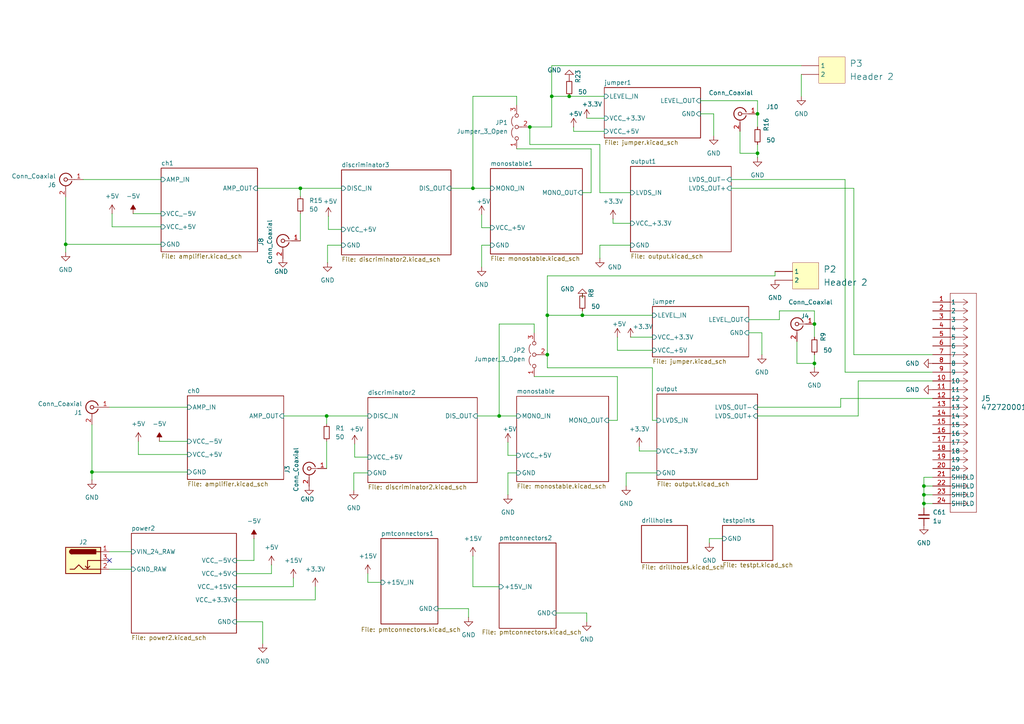
<source format=kicad_sch>
(kicad_sch (version 20231120) (generator "eeschema") (generator_version "8.0")
  (paper "A4")
  (lib_symbols
    (symbol "Connector:Barrel_Jack_Switch" (pin_names hide)
      (property "Reference" "J" (at 0 5.334 0))
      (property "Value" "Barrel_Jack_Switch" (at 0 -5.08 0))
      (symbol "Barrel_Jack_Switch_1_1"
        (pin passive line (at 7.62 2.54 180) (length 2.54) (name "~") (number "1"))
        (pin passive line (at 7.62 -2.54 180) (length 2.54) (name "~") (number "2"))
        (pin passive line (at 7.62 0 180) (length 2.54) (name "~") (number "3"))
      )
    )
    (symbol "Connector:Conn_Coaxial" (pin_names (offset 1.016) hide)
      (property "Reference" "J" (at 0.254 3.048 0))
      (property "Value" "Conn_Coaxial" (at 2.921 0 90))
      (symbol "Conn_Coaxial_1_1"
        (pin passive line (at -5.08 0 0) (length 2.54) (name "In") (number "1"))
        (pin passive line (at 0 -5.08 90) (length 2.54) (name "Ext") (number "2"))
      )
    )
    (symbol "Device:C_Small" (pin_numbers hide) (pin_names (offset 0.254) hide)
      (property "Reference" "C" (at 0.254 1.778 0))
      (property "Value" "C_Small" (at 0.254 -2.032 0))
      (symbol "C_Small_1_1"
        (pin passive line (at 0 2.54 270) (length 2.032) (name "~") (number "1"))
        (pin passive line (at 0 -2.54 90) (length 2.032) (name "~") (number "2"))
      )
    )
    (symbol "Device:R_Small" (pin_numbers hide) (pin_names (offset 0.254) hide)
      (property "Reference" "R" (at 0.762 0.508 0))
      (property "Value" "R_Small" (at 0.762 -1.016 0))
      (symbol "R_Small_1_1"
        (pin passive line (at 0 2.54 270) (length 0.762) (name "~") (number "1"))
        (pin passive line (at 0 -2.54 90) (length 0.762) (name "~") (number "2"))
      )
    )
    (symbol "Jumper:Jumper_3_Open" (pin_names (offset 0) hide) (exclude_from_sim yes) (in_bom no)
      (property "Reference" "JP" (at -2.54 -2.54 0))
      (property "Value" "Jumper_3_Open" (at 0 2.794 0))
      (symbol "Jumper_3_Open_1_1"
        (pin passive line (at -6.35 0 0) (length 2.54) (name "A") (number "1"))
        (pin passive line (at 0 -3.81 90) (length 2.54) (name "C") (number "2"))
        (pin passive line (at 6.35 0 180) (length 2.54) (name "B") (number "3"))
      )
    )
    (symbol "Miscellaneous Connectors:Header 2"
      (property "Reference" "P" (at 0 -7.62 0))
      (property "Value" "Header 2" (at -1.27 -3.81 0))
      (symbol "Header 2_1_0"
        (pin passive line (at -5.08 -2.54 0) (length 5.08) (name "1") (number "1"))
        (pin passive line (at -5.08 -5.08 0) (length 5.08) (name "2") (number "2"))
      )
    )
    (symbol "displayport:472720001" (pin_names (offset 0.254))
      (property "Reference" "J" (at 8.89 6.35 0))
      (property "Value" "472720001" (at 0 0 0))
      (symbol "472720001_1_1"
        (pin unspecified line (at 0 0 0) (length 5.08) (name "1") (number "1"))
        (pin unspecified line (at 0 -22.86 0) (length 5.08) (name "10") (number "10"))
        (pin unspecified line (at 0 -25.4 0) (length 5.08) (name "11") (number "11"))
        (pin unspecified line (at 0 -27.94 0) (length 5.08) (name "12") (number "12"))
        (pin unspecified line (at 0 -30.48 0) (length 5.08) (name "13") (number "13"))
        (pin unspecified line (at 0 -33.02 0) (length 5.08) (name "14") (number "14"))
        (pin unspecified line (at 0 -35.56 0) (length 5.08) (name "15") (number "15"))
        (pin unspecified line (at 0 -38.1 0) (length 5.08) (name "16") (number "16"))
        (pin unspecified line (at 0 -40.64 0) (length 5.08) (name "17") (number "17"))
        (pin unspecified line (at 0 -43.18 0) (length 5.08) (name "18") (number "18"))
        (pin unspecified line (at 0 -45.72 0) (length 5.08) (name "19") (number "19"))
        (pin unspecified line (at 0 -2.54 0) (length 5.08) (name "2") (number "2"))
        (pin unspecified line (at 0 -48.26 0) (length 5.08) (name "20") (number "20"))
        (pin unspecified line (at 0 -50.8 0) (length 5.08) (name "SHIELD") (number "21"))
        (pin unspecified line (at 0 -53.34 0) (length 5.08) (name "SHIELD") (number "22"))
        (pin unspecified line (at 0 -55.88 0) (length 5.08) (name "SHIELD") (number "23"))
        (pin unspecified line (at 0 -58.42 0) (length 5.08) (name "SHIELD") (number "24"))
        (pin unspecified line (at 0 -5.08 0) (length 5.08) (name "3") (number "3"))
        (pin unspecified line (at 0 -7.62 0) (length 5.08) (name "4") (number "4"))
        (pin unspecified line (at 0 -10.16 0) (length 5.08) (name "5") (number "5"))
        (pin unspecified line (at 0 -12.7 0) (length 5.08) (name "6") (number "6"))
        (pin unspecified line (at 0 -15.24 0) (length 5.08) (name "7") (number "7"))
        (pin unspecified line (at 0 -17.78 0) (length 5.08) (name "8") (number "8"))
        (pin unspecified line (at 0 -20.32 0) (length 5.08) (name "9") (number "9"))
      )
      (symbol "472720001_1_2"
        (pin unspecified line (at 0 0 0) (length 5.08) (name "1") (number "1"))
        (pin unspecified line (at 0 -22.86 0) (length 5.08) (name "10") (number "10"))
        (pin unspecified line (at 0 -25.4 0) (length 5.08) (name "11") (number "11"))
        (pin unspecified line (at 0 -27.94 0) (length 5.08) (name "12") (number "12"))
        (pin unspecified line (at 0 -30.48 0) (length 5.08) (name "13") (number "13"))
        (pin unspecified line (at 0 -33.02 0) (length 5.08) (name "14") (number "14"))
        (pin unspecified line (at 0 -35.56 0) (length 5.08) (name "15") (number "15"))
        (pin unspecified line (at 0 -38.1 0) (length 5.08) (name "16") (number "16"))
        (pin unspecified line (at 0 -40.64 0) (length 5.08) (name "17") (number "17"))
        (pin unspecified line (at 0 -43.18 0) (length 5.08) (name "18") (number "18"))
        (pin unspecified line (at 0 -45.72 0) (length 5.08) (name "19") (number "19"))
        (pin unspecified line (at 0 -2.54 0) (length 5.08) (name "2") (number "2"))
        (pin unspecified line (at 0 -48.26 0) (length 5.08) (name "20") (number "20"))
        (pin unspecified line (at 0 -50.8 0) (length 5.08) (name "SHIELD") (number "21"))
        (pin unspecified line (at 0 -53.34 0) (length 5.08) (name "SHIELD") (number "22"))
        (pin unspecified line (at 0 -55.88 0) (length 5.08) (name "SHIELD") (number "23"))
        (pin unspecified line (at 0 -58.42 0) (length 5.08) (name "SHIELD") (number "24"))
        (pin unspecified line (at 0 -5.08 0) (length 5.08) (name "3") (number "3"))
        (pin unspecified line (at 0 -7.62 0) (length 5.08) (name "4") (number "4"))
        (pin unspecified line (at 0 -10.16 0) (length 5.08) (name "5") (number "5"))
        (pin unspecified line (at 0 -12.7 0) (length 5.08) (name "6") (number "6"))
        (pin unspecified line (at 0 -15.24 0) (length 5.08) (name "7") (number "7"))
        (pin unspecified line (at 0 -17.78 0) (length 5.08) (name "8") (number "8"))
        (pin unspecified line (at 0 -20.32 0) (length 5.08) (name "9") (number "9"))
      )
    )
    (symbol "power:+15V" (power) (pin_numbers hide) (pin_names (offset 0) hide)
      (property "Value" "+15V" (at 0 3.556 0))
      (symbol "+15V_1_1"
        (pin power_in line (at 0 0 90) (length 0) (name "~") (number "1"))
      )
    )
    (symbol "power:+3.3V" (power) (pin_numbers hide) (pin_names (offset 0) hide)
      (property "Value" "+3.3V" (at 0 3.556 0))
      (symbol "+3.3V_1_1"
        (pin power_in line (at 0 0 90) (length 0) (name "~") (number "1"))
      )
    )
    (symbol "power:+5V" (power) (pin_numbers hide) (pin_names (offset 0) hide)
      (property "Value" "+5V" (at 0 3.556 0))
      (symbol "+5V_1_1"
        (pin power_in line (at 0 0 90) (length 0) (name "~") (number "1"))
      )
    )
    (symbol "power:-5V" (power) (pin_numbers hide) (pin_names (offset 0) hide)
      (property "Value" "-5V" (at 0 3.556 0))
      (symbol "-5V_0_0"
        (pin power_in line (at 0 0 90) (length 0) (name "~") (number "1"))
      )
    )
    (symbol "power:GND" (power) (pin_numbers hide) (pin_names (offset 0) hide)
      (property "Value" "GND" (at 0 -3.81 0))
      (symbol "GND_1_1"
        (pin power_in line (at 0 0 270) (length 0) (name "~") (number "1"))
      )
    )
  )
  (junction (at 87.122 54.61))
  (junction (at 219.71 44.45))
  (junction (at 160.02 27.94))
  (junction (at 144.78 120.65))
  (junction (at 19.05 70.866))
  (junction (at 236.22 105.41))
  (junction (at 267.97 143.51))
  (junction (at 158.75 91.44))
  (junction (at 153.67 36.83))
  (junction (at 158.75 102.87))
  (junction (at 219.71 33.02))
  (junction (at 168.91 91.44))
  (junction (at 267.97 140.97))
  (junction (at 236.22 93.98))
  (junction (at 267.97 146.05))
  (junction (at 137.16 54.61))
  (junction (at 94.742 120.65))
  (junction (at 26.67 136.906))
  (junction (at 165.1 27.94))
  (no_connect (at 31.75 162.56))
  (wire (pts (xy 94.742 120.65) (xy 106.68 120.65)))
  (wire (pts (xy 212.09 54.61) (xy 247.65 54.61)))
  (wire (pts (xy 144.78 93.98) (xy 154.94 93.98)))
  (wire (pts (xy 99.06 71.12) (xy 94.996 71.12)))
  (wire (pts (xy 94.742 128.016) (xy 94.742 135.89)))
  (wire (pts (xy 54.356 136.906) (xy 26.67 136.906)))
  (wire (pts (xy 106.68 168.91) (xy 106.68 166.37)))
  (wire (pts (xy 189.23 101.6) (xy 179.07 101.6)))
  (wire (pts (xy 158.75 91.44) (xy 158.75 102.87)))
  (wire (pts (xy 158.75 106.68) (xy 189.23 106.68)))
  (wire (pts (xy 219.71 41.91) (xy 219.71 44.45)))
  (wire (pts (xy 185.42 130.81) (xy 185.42 129.54)))
  (wire (pts (xy 85.09 170.18) (xy 68.58 170.18)))
  (wire (pts (xy 168.91 91.44) (xy 158.75 91.44)))
  (wire (pts (xy 173.99 55.88) (xy 182.88 55.88)))
  (wire (pts (xy 219.71 118.11) (xy 243.84 118.11)))
  (wire (pts (xy 99.06 66.548) (xy 95.25 66.548)))
  (wire (pts (xy 139.7 71.12) (xy 139.7 77.47)))
  (wire (pts (xy 102.616 137.16) (xy 102.616 142.24)))
  (wire (pts (xy 166.37 36.83) (xy 166.37 38.1)))
  (wire (pts (xy 147.32 137.16) (xy 147.32 143.51)))
  (wire (pts (xy 76.2 180.34) (xy 76.2 186.69)))
  (wire (pts (xy 236.22 102.87) (xy 236.22 105.41)))
  (wire (pts (xy 19.05 70.866) (xy 19.05 73.152)))
  (wire (pts (xy 40.132 131.826) (xy 54.356 131.826)))
  (wire (pts (xy 189.23 91.44) (xy 168.91 91.44)))
  (wire (pts (xy 189.23 97.79) (xy 182.88 97.79)))
  (wire (pts (xy 207.01 33.02) (xy 207.01 39.37)))
  (wire (pts (xy 245.11 52.07) (xy 245.11 107.95)))
  (wire (pts (xy 95.25 62.738) (xy 95.25 66.548)))
  (wire (pts (xy 106.68 137.16) (xy 102.616 137.16)))
  (wire (pts (xy 38.608 61.976) (xy 46.736 61.976)))
  (wire (pts (xy 224.79 80.01) (xy 158.75 80.01)))
  (wire (pts (xy 26.67 136.906) (xy 26.67 139.192)))
  (wire (pts (xy 236.22 90.17) (xy 236.22 93.98)))
  (wire (pts (xy 205.74 157.48) (xy 205.74 156.21)))
  (wire (pts (xy 231.14 105.41) (xy 231.14 99.06)))
  (wire (pts (xy 175.26 34.29) (xy 170.18 34.29)))
  (wire (pts (xy 160.02 19.05) (xy 160.02 27.94)))
  (wire (pts (xy 135.89 179.07) (xy 135.89 176.53)))
  (wire (pts (xy 68.58 180.34) (xy 76.2 180.34)))
  (wire (pts (xy 94.996 71.12) (xy 94.996 76.2)))
  (wire (pts (xy 190.5 130.81) (xy 185.42 130.81)))
  (wire (pts (xy 32.512 61.976) (xy 32.512 65.786)))
  (wire (pts (xy 182.88 64.77) (xy 177.8 64.77)))
  (wire (pts (xy 158.75 102.87) (xy 158.75 106.68)))
  (wire (pts (xy 87.122 54.61) (xy 99.06 54.61)))
  (wire (pts (xy 161.29 177.8) (xy 170.18 177.8)))
  (wire (pts (xy 247.65 54.61) (xy 247.65 102.87)))
  (wire (pts (xy 137.16 27.94) (xy 149.86 27.94)))
  (wire (pts (xy 243.84 118.11) (xy 243.84 115.57)))
  (wire (pts (xy 106.68 168.91) (xy 110.49 168.91)))
  (wire (pts (xy 137.16 27.94) (xy 137.16 54.61)))
  (wire (pts (xy 102.87 128.778) (xy 102.87 132.588)))
  (wire (pts (xy 173.99 41.91) (xy 173.99 55.88)))
  (wire (pts (xy 231.14 105.41) (xy 236.22 105.41)))
  (wire (pts (xy 137.16 170.18) (xy 144.78 170.18)))
  (wire (pts (xy 144.78 93.98) (xy 144.78 120.65)))
  (wire (pts (xy 189.23 106.68) (xy 189.23 121.92)))
  (wire (pts (xy 31.75 160.02) (xy 38.1 160.02)))
  (wire (pts (xy 137.16 54.61) (xy 142.24 54.61)))
  (wire (pts (xy 226.06 92.71) (xy 217.17 92.71)))
  (wire (pts (xy 106.68 132.588) (xy 102.87 132.588)))
  (wire (pts (xy 130.81 54.61) (xy 137.16 54.61)))
  (wire (pts (xy 176.53 121.92) (xy 179.07 121.92)))
  (wire (pts (xy 153.67 36.83) (xy 153.67 41.91)))
  (wire (pts (xy 267.97 143.51) (xy 270.51 143.51)))
  (wire (pts (xy 248.92 120.65) (xy 248.92 110.49)))
  (wire (pts (xy 219.71 33.02) (xy 219.71 36.83)))
  (wire (pts (xy 175.26 38.1) (xy 166.37 38.1)))
  (wire (pts (xy 267.97 143.51) (xy 267.97 146.05)))
  (wire (pts (xy 40.132 128.016) (xy 40.132 131.826)))
  (wire (pts (xy 245.11 107.95) (xy 270.51 107.95)))
  (wire (pts (xy 149.86 43.18) (xy 171.45 43.18)))
  (wire (pts (xy 139.7 62.23) (xy 139.7 66.04)))
  (wire (pts (xy 46.736 70.866) (xy 19.05 70.866)))
  (wire (pts (xy 87.122 61.976) (xy 87.122 69.85)))
  (wire (pts (xy 147.32 137.16) (xy 149.86 137.16)))
  (wire (pts (xy 68.58 173.99) (xy 91.44 173.99)))
  (wire (pts (xy 171.45 43.18) (xy 171.45 55.88)))
  (wire (pts (xy 267.97 146.05) (xy 270.51 146.05)))
  (wire (pts (xy 73.66 162.56) (xy 68.58 162.56)))
  (wire (pts (xy 219.71 45.72) (xy 219.71 44.45)))
  (wire (pts (xy 147.32 132.08) (xy 149.86 132.08)))
  (wire (pts (xy 85.09 167.64) (xy 85.09 170.18)))
  (wire (pts (xy 243.84 115.57) (xy 270.51 115.57)))
  (wire (pts (xy 247.65 102.87) (xy 270.51 102.87)))
  (wire (pts (xy 94.742 120.65) (xy 94.742 122.936)))
  (wire (pts (xy 139.7 66.04) (xy 142.24 66.04)))
  (wire (pts (xy 46.736 52.07) (xy 24.13 52.07)))
  (wire (pts (xy 226.06 90.17) (xy 236.22 90.17)))
  (wire (pts (xy 19.05 70.866) (xy 19.05 57.15)))
  (wire (pts (xy 179.07 97.79) (xy 179.07 101.6)))
  (wire (pts (xy 190.5 137.16) (xy 181.61 137.16)))
  (wire (pts (xy 46.228 128.016) (xy 54.356 128.016)))
  (wire (pts (xy 149.86 27.94) (xy 149.86 30.48)))
  (wire (pts (xy 160.02 19.05) (xy 232.41 19.05)))
  (wire (pts (xy 168.91 85.09) (xy 168.91 86.36)))
  (wire (pts (xy 32.512 65.786) (xy 46.736 65.786)))
  (wire (pts (xy 267.97 146.05) (xy 267.97 147.32)))
  (wire (pts (xy 87.122 54.61) (xy 87.122 56.896)))
  (wire (pts (xy 31.75 165.1) (xy 38.1 165.1)))
  (wire (pts (xy 160.02 27.94) (xy 165.1 27.94)))
  (wire (pts (xy 138.43 120.65) (xy 144.78 120.65)))
  (wire (pts (xy 139.7 71.12) (xy 142.24 71.12)))
  (wire (pts (xy 181.61 137.16) (xy 181.61 140.97)))
  (wire (pts (xy 177.8 64.77) (xy 177.8 63.5)))
  (wire (pts (xy 91.44 170.18) (xy 91.44 173.99)))
  (wire (pts (xy 82.296 120.65) (xy 94.742 120.65)))
  (wire (pts (xy 236.22 93.98) (xy 236.22 97.79)))
  (wire (pts (xy 267.97 140.97) (xy 267.97 143.51)))
  (wire (pts (xy 74.676 54.61) (xy 87.122 54.61)))
  (wire (pts (xy 217.17 96.52) (xy 220.98 96.52)))
  (wire (pts (xy 168.91 90.17) (xy 168.91 91.44)))
  (wire (pts (xy 224.79 80.01) (xy 224.79 78.74)))
  (wire (pts (xy 54.356 118.11) (xy 31.75 118.11)))
  (wire (pts (xy 189.23 121.92) (xy 190.5 121.92)))
  (wire (pts (xy 170.18 180.34) (xy 170.18 177.8)))
  (wire (pts (xy 203.2 29.21) (xy 219.71 29.21)))
  (wire (pts (xy 267.97 138.43) (xy 267.97 140.97)))
  (wire (pts (xy 220.98 96.52) (xy 220.98 102.87)))
  (wire (pts (xy 26.67 136.906) (xy 26.67 123.19)))
  (wire (pts (xy 205.74 156.21) (xy 209.55 156.21)))
  (wire (pts (xy 203.2 33.02) (xy 207.01 33.02)))
  (wire (pts (xy 153.67 41.91) (xy 173.99 41.91)))
  (wire (pts (xy 214.63 44.45) (xy 214.63 38.1)))
  (wire (pts (xy 267.97 140.97) (xy 270.51 140.97)))
  (wire (pts (xy 248.92 110.49) (xy 270.51 110.49)))
  (wire (pts (xy 182.88 71.12) (xy 173.99 71.12)))
  (wire (pts (xy 236.22 106.68) (xy 236.22 105.41)))
  (wire (pts (xy 232.41 21.59) (xy 232.41 27.94)))
  (wire (pts (xy 226.06 90.17) (xy 226.06 92.71)))
  (wire (pts (xy 165.1 27.94) (xy 175.26 27.94)))
  (wire (pts (xy 160.02 36.83) (xy 153.67 36.83)))
  (wire (pts (xy 137.16 161.29) (xy 137.16 170.18)))
  (wire (pts (xy 267.97 138.43) (xy 270.51 138.43)))
  (wire (pts (xy 154.94 93.98) (xy 154.94 96.52)))
  (wire (pts (xy 212.09 52.07) (xy 245.11 52.07)))
  (wire (pts (xy 158.75 80.01) (xy 158.75 91.44)))
  (wire (pts (xy 173.99 71.12) (xy 173.99 74.93)))
  (wire (pts (xy 127 176.53) (xy 135.89 176.53)))
  (wire (pts (xy 179.07 109.22) (xy 179.07 121.92)))
  (wire (pts (xy 214.63 44.45) (xy 219.71 44.45)))
  (wire (pts (xy 144.78 120.65) (xy 149.86 120.65)))
  (wire (pts (xy 168.91 55.88) (xy 171.45 55.88)))
  (wire (pts (xy 147.32 128.27) (xy 147.32 132.08)))
  (wire (pts (xy 73.66 156.21) (xy 73.66 162.56)))
  (wire (pts (xy 154.94 109.22) (xy 179.07 109.22)))
  (wire (pts (xy 160.02 27.94) (xy 160.02 36.83)))
  (wire (pts (xy 78.74 166.37) (xy 68.58 166.37)))
  (wire (pts (xy 219.71 29.21) (xy 219.71 33.02)))
  (wire (pts (xy 78.74 163.83) (xy 78.74 166.37)))
  (wire (pts (xy 219.71 120.65) (xy 248.92 120.65)))
  (symbol (lib_id "power:GND") (at 76.2 186.69 0) (unit 1)
    (property "Reference" "#PWR06" (effects (hide yes)))
    (property "Value" "GND" (at 76.2 191.77 0))
    (property "Description" "Power symbol creates a global label with name \"GND\" , ground" (effects (hide yes)))
  )
  (symbol (lib_id "power:GND") (at 207.01 39.37 0) (unit 1)
    (property "Reference" "#PWR065" (effects (hide yes)))
    (property "Value" "GND" (at 207.01 44.45 0))
    (property "Description" "Power symbol creates a global label with name \"GND\" , ground" (effects (hide yes)))
  )
  (symbol (lib_id "Connector:Conn_Coaxial") (at 89.662 135.89 0) (mirror y) (unit 1)
    (property "Reference" "J3" (at 83.312 136.1832 90))
    (property "Value" "Conn_Coaxial" (at 85.852 136.1832 90))
    (property "Footprint" "testpt:EPB00250NTN" (effects (hide yes)))
    (property "Description" "coaxial connector (BNC, SMA, SMB, SMC, Cinch/RCA, LEMO, ...)" (effects (hide yes)))
  )
  (symbol (lib_id "power:+5V") (at 147.32 128.27 0) (unit 1)
    (property "Reference" "#PWR047" (effects (hide yes)))
    (property "Value" "+5V" (at 147.828 124.46 0))
    (property "Description" "Power symbol creates a global label with name \"+5V\"" (effects (hide yes)))
  )
  (symbol (lib_id "Jumper:Jumper_3_Open") (at 149.86 36.83 90) (unit 1) (exclude_from_sim yes) (in_bom no)
    (property "Reference" "JP1" (at 147.32 35.5599 90) (effects (justify left)))
    (property "Value" "Jumper_3_Open" (at 147.32 38.0999 90) (effects (justify left)))
    (property "Footprint" "Jumper:SolderJumper-3_P1.3mm_Open_Pad1.0x1.5mm" (effects (hide yes)))
    (property "Description" "Jumper, 3-pole, both open" (effects (hide yes)))
  )
  (symbol (lib_id "power:+5V") (at 102.87 128.778 0) (unit 1)
    (property "Reference" "#PWR09" (effects (hide yes)))
    (property "Value" "+5V" (at 103.378 124.46 0))
    (property "Description" "Power symbol creates a global label with name \"+5V\"" (effects (hide yes)))
  )
  (symbol (lib_id "Connector:Conn_Coaxial") (at 19.05 52.07 0) (mirror y) (unit 1)
    (property "Reference" "J6" (at 16.256 53.6333 0) (effects (justify left)))
    (property "Value" "Conn_Coaxial" (at 16.256 51.0933 0) (effects (justify left)))
    (property "Footprint" "testpt:EPB00250NTN" (effects (hide yes)))
    (property "Description" "coaxial connector (BNC, SMA, SMB, SMC, Cinch/RCA, LEMO, ...)" (effects (hide yes)))
  )
  (symbol (lib_id "power:GND") (at 102.616 142.24 0) (unit 1)
    (property "Reference" "#PWR08" (effects (hide yes)))
    (property "Value" "GND" (at 102.616 147.32 0))
    (property "Description" "Power symbol creates a global label with name \"GND\" , ground" (effects (hide yes)))
  )
  (symbol (lib_id "Connector:Conn_Coaxial") (at 82.042 69.85 0) (mirror y) (unit 1)
    (property "Reference" "J8" (at 75.692 70.1432 90))
    (property "Value" "Conn_Coaxial" (at 78.232 70.1432 90))
    (property "Footprint" "testpt:EPB00250NTN" (effects (hide yes)))
    (property "Description" "coaxial connector (BNC, SMA, SMB, SMC, Cinch/RCA, LEMO, ...)" (effects (hide yes)))
  )
  (symbol (lib_id "power:+5V") (at 40.132 128.016 0) (unit 1)
    (property "Reference" "#PWR02" (effects (hide yes)))
    (property "Value" "+5V" (at 40.132 122.936 0))
    (property "Description" "Power symbol creates a global label with name \"+5V\"" (effects (hide yes)))
  )
  (symbol (lib_id "power:GND") (at 236.22 106.68 0) (unit 1)
    (property "Reference" "#PWR035" (effects (hide yes)))
    (property "Value" "GND" (at 236.22 111.76 0))
    (property "Description" "Power symbol creates a global label with name \"GND\" , ground" (effects (hide yes)))
  )
  (symbol (lib_id "Jumper:Jumper_3_Open") (at 154.94 102.87 90) (unit 1) (exclude_from_sim yes) (in_bom no)
    (property "Reference" "JP2" (at 152.4 101.5999 90) (effects (justify left)))
    (property "Value" "Jumper_3_Open" (at 152.4 104.1399 90) (effects (justify left)))
    (property "Footprint" "Jumper:SolderJumper-3_P1.3mm_Open_Pad1.0x1.5mm" (effects (hide yes)))
    (property "Description" "Jumper, 3-pole, both open" (effects (hide yes)))
  )
  (symbol (lib_id "power:+15V") (at 106.68 166.37 0) (unit 1)
    (property "Reference" "#PWR044" (effects (hide yes)))
    (property "Value" "+15V" (at 106.68 161.29 0))
    (property "Description" "Power symbol creates a global label with name \"+15V\"" (effects (hide yes)))
  )
  (symbol (lib_id "power:GND") (at 168.91 86.36 180) (unit 1)
    (property "Reference" "#PWR029" (effects (hide yes)))
    (property "Value" "GND" (at 164.592 83.82 0))
    (property "Description" "Power symbol creates a global label with name \"GND\" , ground" (effects (hide yes)))
  )
  (symbol (lib_id "power:GND") (at 220.98 102.87 0) (unit 1)
    (property "Reference" "#PWR036" (effects (hide yes)))
    (property "Value" "GND" (at 220.98 107.95 0))
    (property "Description" "Power symbol creates a global label with name \"GND\" , ground" (effects (hide yes)))
  )
  (symbol (lib_id "Device:R_Small") (at 165.1 25.4 0) (unit 1)
    (property "Reference" "R23" (at 167.64 24.1299 90) (effects (justify left)))
    (property "Value" "50" (at 167.64 26.6699 0) (effects (justify left)))
    (property "Footprint" "Resistor_SMD:R_0805_2012Metric" (effects (hide yes)))
    (property "Description" "Resistor, small symbol" (effects (hide yes)))
  )
  (symbol (lib_id "power:GND") (at 219.71 45.72 0) (unit 1)
    (property "Reference" "#PWR066" (effects (hide yes)))
    (property "Value" "GND" (at 219.71 50.8 0))
    (property "Description" "Power symbol creates a global label with name \"GND\" , ground" (effects (hide yes)))
  )
  (symbol (lib_id "power:+5V") (at 179.07 97.79 0) (unit 1)
    (property "Reference" "#PWR039" (effects (hide yes)))
    (property "Value" "+5V" (at 179.578 93.98 0))
    (property "Description" "Power symbol creates a global label with name \"+5V\"" (effects (hide yes)))
  )
  (symbol (lib_id "Connector:Conn_Coaxial") (at 231.14 93.98 0) (mirror y) (unit 1)
    (property "Reference" "J4" (at 234.696 91.694 0) (effects (justify left)))
    (property "Value" "Conn_Coaxial" (at 241.554 87.63 0) (effects (justify left)))
    (property "Footprint" "testpt:EPB00250NTN" (effects (hide yes)))
    (property "Description" "coaxial connector (BNC, SMA, SMB, SMC, Cinch/RCA, LEMO, ...)" (effects (hide yes)))
  )
  (symbol (lib_id "power:GND") (at 170.18 180.34 0) (unit 1)
    (property "Reference" "#PWR056" (effects (hide yes)))
    (property "Value" "GND" (at 170.18 185.42 0))
    (property "Description" "Power symbol creates a global label with name \"GND\" , ground" (effects (hide yes)))
  )
  (symbol (lib_id "Device:R_Small") (at 87.122 59.436 0) (unit 1)
    (property "Reference" "R15" (at 89.662 58.1659 0) (effects (justify left)))
    (property "Value" "50" (at 89.662 60.7059 0) (effects (justify left)))
    (property "Footprint" "Resistor_SMD:R_0805_2012Metric" (effects (hide yes)))
    (property "Description" "Resistor, small symbol" (effects (hide yes)))
  )
  (symbol (lib_id "displayport:472720001") (at 270.51 87.63 0) (unit 1)
    (property "Reference" "J5" (at 284.48 115.5699 0) (effects (font (size 1.524 1.524)) (justify left)))
    (property "Value" "472720001" (at 284.48 118.1099 0) (effects (font (size 1.524 1.524)) (justify left)))
    (property "Footprint" "dsp:CONN_47272-0001_MOL" (effects (hide yes)))
    (property "Datasheet" "https://www.molex.com/en-us/products/part-detail-pdf/472720001?display=pdf" (effects (hide yes)))
  )
  (symbol (lib_id "power:GND") (at 147.32 143.51 0) (unit 1)
    (property "Reference" "#PWR048" (effects (hide yes)))
    (property "Value" "GND" (at 147.32 148.59 0))
    (property "Description" "Power symbol creates a global label with name \"GND\" , ground" (effects (hide yes)))
  )
  (symbol (lib_id "power:+5V") (at 32.512 61.976 0) (unit 1)
    (property "Reference" "#PWR051" (effects (hide yes)))
    (property "Value" "+5V" (at 32.512 56.896 0))
    (property "Description" "Power symbol creates a global label with name \"+5V\"" (effects (hide yes)))
  )
  (symbol (lib_id "power:GND") (at 135.89 179.07 0) (unit 1)
    (property "Reference" "#PWR046" (effects (hide yes)))
    (property "Value" "GND" (at 135.89 184.15 0))
    (property "Description" "Power symbol creates a global label with name \"GND\" , ground" (effects (hide yes)))
  )
  (symbol (lib_id "power:-5V") (at 38.608 61.976 0) (unit 1)
    (property "Reference" "#PWR053" (effects (hide yes)))
    (property "Value" "-5V" (at 38.608 56.896 0))
    (property "Description" "Power symbol creates a global label with name \"-5V\"" (effects (hide yes)))
  )
  (symbol (lib_id "power:+5V") (at 139.7 62.23 0) (unit 1)
    (property "Reference" "#PWR059" (effects (hide yes)))
    (property "Value" "+5V" (at 140.208 58.42 0))
    (property "Description" "Power symbol creates a global label with name \"+5V\"" (effects (hide yes)))
  )
  (symbol (lib_id "power:+3.3V") (at 170.18 34.29 0) (unit 1)
    (property "Reference" "#PWR062" (effects (hide yes)))
    (property "Value" "+3.3V" (at 171.704 30.226 0))
    (property "Description" "Power symbol creates a global label with name \"+3.3V\"" (effects (hide yes)))
  )
  (symbol (lib_id "power:GND") (at 181.61 140.97 0) (unit 1)
    (property "Reference" "#PWR040" (effects (hide yes)))
    (property "Value" "GND" (at 181.61 146.05 0))
    (property "Description" "Power symbol creates a global label with name \"GND\" , ground" (effects (hide yes)))
  )
  (symbol (lib_id "power:GND") (at 205.74 157.48 0) (unit 1)
    (property "Reference" "#PWR020" (effects (hide yes)))
    (property "Value" "GND" (at 205.74 162.56 0))
    (property "Description" "Power symbol creates a global label with name \"GND\" , ground" (effects (hide yes)))
  )
  (symbol (lib_id "power:GND") (at 173.99 74.93 0) (unit 1)
    (property "Reference" "#PWR063" (effects (hide yes)))
    (property "Value" "GND" (at 178.308 77.47 0))
    (property "Description" "Power symbol creates a global label with name \"GND\" , ground" (effects (hide yes)))
  )
  (symbol (lib_id "power:GND") (at 270.51 105.41 270) (unit 1)
    (property "Reference" "#PWR091" (effects (hide yes)))
    (property "Value" "GND" (at 266.7 105.4099 90) (effects (justify right)))
    (property "Description" "Power symbol creates a global label with name \"GND\" , ground" (effects (hide yes)))
  )
  (symbol (lib_id "Device:R_Small") (at 94.742 125.476 0) (unit 1)
    (property "Reference" "R1" (at 97.282 124.2059 0) (effects (justify left)))
    (property "Value" "50" (at 97.282 126.7459 0) (effects (justify left)))
    (property "Footprint" "Resistor_SMD:R_0805_2012Metric" (effects (hide yes)))
    (property "Description" "Resistor, small symbol" (effects (hide yes)))
  )
  (symbol (lib_id "power:GND") (at 89.662 140.97 0) (unit 1)
    (property "Reference" "#PWR05" (effects (hide yes)))
    (property "Value" "GND" (at 89.154 144.78 0))
    (property "Description" "Power symbol creates a global label with name \"GND\" , ground" (effects (hide yes)))
  )
  (symbol (lib_id "power:GND") (at 19.05 73.152 0) (unit 1)
    (property "Reference" "#PWR049" (effects (hide yes)))
    (property "Value" "GND" (at 19.05 78.232 0))
    (property "Description" "Power symbol creates a global label with name \"GND\" , ground" (effects (hide yes)))
  )
  (symbol (lib_id "Device:R_Small") (at 168.91 87.63 0) (unit 1)
    (property "Reference" "R8" (at 171.45 86.3599 90) (effects (justify left)))
    (property "Value" "50" (at 171.45 88.8999 0) (effects (justify left)))
    (property "Footprint" "Resistor_SMD:R_0805_2012Metric" (effects (hide yes)))
    (property "Description" "Resistor, small symbol" (effects (hide yes)))
  )
  (symbol (lib_id "power:+5V") (at 166.37 36.83 0) (unit 1)
    (property "Reference" "#PWR061" (effects (hide yes)))
    (property "Value" "+5V" (at 166.878 33.02 0))
    (property "Description" "Power symbol creates a global label with name \"+5V\"" (effects (hide yes)))
  )
  (symbol (lib_id "power:GND") (at 270.51 113.03 270) (unit 1)
    (property "Reference" "#PWR011" (effects (hide yes)))
    (property "Value" "GND" (at 266.7 113.0299 90) (effects (justify right)))
    (property "Description" "Power symbol creates a global label with name \"GND\" , ground" (effects (hide yes)))
  )
  (symbol (lib_id "power:+3.3V") (at 91.44 170.18 0) (unit 1)
    (property "Reference" "#PWR045" (effects (hide yes)))
    (property "Value" "+3.3V" (at 91.44 165.1 0))
    (property "Description" "Power symbol creates a global label with name \"+3.3V\"" (effects (hide yes)))
  )
  (symbol (lib_id "power:+5V") (at 78.74 163.83 0) (unit 1)
    (property "Reference" "#PWR07" (effects (hide yes)))
    (property "Value" "+5V" (at 78.74 158.75 0))
    (property "Description" "Power symbol creates a global label with name \"+5V\"" (effects (hide yes)))
  )
  (symbol (lib_id "Miscellaneous Connectors:Header 2") (at 229.87 76.2 0) (unit 1)
    (property "Reference" "P2" (at 238.76 78.1049 0) (effects (font (size 1.8288 1.8288)) (justify left)))
    (property "Value" "Header 2" (at 238.76 81.9149 0) (effects (font (size 1.8288 1.8288)) (justify left)))
    (property "Footprint" "Connector_PinSocket_2.54mm:PinSocket_1x02_P2.54mm_Vertical" (effects (hide yes)))
    (property "Description" "Header, 2-Pin" (effects (hide yes)))
    (property "LatestRevisionDate" "17-Jul-2002" (effects (hide yes)))
    (property "LatestRevisionNote" "Re-released for DXP Platform." (effects (hide yes)))
    (property "Publisher" "Altium Limited" (effects (hide yes)))
  )
  (symbol (lib_id "power:GND") (at 94.996 76.2 0) (unit 1)
    (property "Reference" "#PWR057" (effects (hide yes)))
    (property "Value" "GND" (at 94.996 81.28 0))
    (property "Description" "Power symbol creates a global label with name \"GND\" , ground" (effects (hide yes)))
  )
  (symbol (lib_id "power:GND") (at 139.7 77.47 0) (unit 1)
    (property "Reference" "#PWR060" (effects (hide yes)))
    (property "Value" "GND" (at 139.7 82.55 0))
    (property "Description" "Power symbol creates a global label with name \"GND\" , ground" (effects (hide yes)))
  )
  (symbol (lib_id "power:+3.3V") (at 177.8 63.5 0) (unit 1)
    (property "Reference" "#PWR064" (effects (hide yes)))
    (property "Value" "+3.3V" (at 177.8 58.42 0))
    (property "Description" "Power symbol creates a global label with name \"+3.3V\"" (effects (hide yes)))
  )
  (symbol (lib_id "power:GND") (at 224.79 81.28 0) (unit 1)
    (property "Reference" "#PWR030" (effects (hide yes)))
    (property "Value" "GND" (at 224.79 86.36 0))
    (property "Description" "Power symbol creates a global label with name \"GND\" , ground" (effects (hide yes)))
  )
  (symbol (lib_id "power:+15V") (at 137.16 161.29 0) (unit 1)
    (property "Reference" "#PWR055" (effects (hide yes)))
    (property "Value" "+15V" (at 137.16 156.21 0))
    (property "Description" "Power symbol creates a global label with name \"+15V\"" (effects (hide yes)))
  )
  (symbol (lib_id "Device:R_Small") (at 219.71 39.37 0) (unit 1)
    (property "Reference" "R16" (at 222.25 38.0999 90) (effects (justify left)))
    (property "Value" "50" (at 222.25 40.6399 0) (effects (justify left)))
    (property "Footprint" "Resistor_SMD:R_0805_2012Metric" (effects (hide yes)))
    (property "Description" "Resistor, small symbol" (effects (hide yes)))
  )
  (symbol (lib_id "power:+3.3V") (at 182.88 97.79 0) (unit 1)
    (property "Reference" "#PWR038" (effects (hide yes)))
    (property "Value" "+3.3V" (at 186.436 94.742 0))
    (property "Description" "Power symbol creates a global label with name \"+3.3V\"" (effects (hide yes)))
  )
  (symbol (lib_id "Miscellaneous Connectors:Header 2") (at 237.49 16.51 0) (unit 1)
    (property "Reference" "P3" (at 246.38 18.4149 0) (effects (font (size 1.8288 1.8288)) (justify left)))
    (property "Value" "Header 2" (at 246.38 22.2249 0) (effects (font (size 1.8288 1.8288)) (justify left)))
    (property "Footprint" "Connector_PinSocket_2.54mm:PinSocket_1x02_P2.54mm_Vertical" (effects (hide yes)))
    (property "Description" "Header, 2-Pin" (effects (hide yes)))
    (property "LatestRevisionDate" "17-Jul-2002" (effects (hide yes)))
    (property "LatestRevisionNote" "Re-released for DXP Platform." (effects (hide yes)))
    (property "Publisher" "Altium Limited" (effects (hide yes)))
  )
  (symbol (lib_id "power:GND") (at 26.67 139.192 0) (unit 1)
    (property "Reference" "#PWR01" (effects (hide yes)))
    (property "Value" "GND" (at 26.67 144.272 0))
    (property "Description" "Power symbol creates a global label with name \"GND\" , ground" (effects (hide yes)))
  )
  (symbol (lib_id "power:-5V") (at 46.228 128.016 0) (unit 1)
    (property "Reference" "#PWR03" (effects (hide yes)))
    (property "Value" "-5V" (at 46.228 122.936 0))
    (property "Description" "Power symbol creates a global label with name \"-5V\"" (effects (hide yes)))
  )
  (symbol (lib_id "Connector:Conn_Coaxial") (at 26.67 118.11 0) (mirror y) (unit 1)
    (property "Reference" "J1" (at 23.876 119.6733 0) (effects (justify left)))
    (property "Value" "Conn_Coaxial" (at 23.876 117.1333 0) (effects (justify left)))
    (property "Footprint" "testpt:EPB00250NTN" (effects (hide yes)))
    (property "Description" "coaxial connector (BNC, SMA, SMB, SMC, Cinch/RCA, LEMO, ...)" (effects (hide yes)))
  )
  (symbol (lib_id "Connector:Conn_Coaxial") (at 214.63 33.02 0) (mirror y) (unit 1)
    (property "Reference" "J10" (at 225.806 30.988 0) (effects (justify left)))
    (property "Value" "Conn_Coaxial" (at 218.44 26.924 0) (effects (justify left)))
    (property "Footprint" "testpt:EPB00250NTN" (effects (hide yes)))
    (property "Description" "coaxial connector (BNC, SMA, SMB, SMC, Cinch/RCA, LEMO, ...)" (effects (hide yes)))
  )
  (symbol (lib_id "Connector:Barrel_Jack_Switch") (at 24.13 162.56 0) (unit 1)
    (property "Reference" "J2" (at 24.13 157.226 0))
    (property "Value" "Barrel_Jack_Switch_Pin3Ring" (effects (hide yes)))
    (property "Footprint" "dcjack:PJ-102AH" (effects (hide yes)))
    (property "Description" "DC Barrel Jack with an internal switch" (effects (hide yes)))
  )
  (symbol (lib_id "power:GND") (at 232.41 27.94 0) (unit 1)
    (property "Reference" "#PWR089" (effects (hide yes)))
    (property "Value" "GND" (at 232.41 33.02 0))
    (property "Description" "Power symbol creates a global label with name \"GND\" , ground" (effects (hide yes)))
  )
  (symbol (lib_id "power:GND") (at 165.1 22.86 180) (unit 1)
    (property "Reference" "#PWR041" (effects (hide yes)))
    (property "Value" "GND" (at 160.782 20.32 0))
    (property "Description" "Power symbol creates a global label with name \"GND\" , ground" (effects (hide yes)))
  )
  (symbol (lib_id "Device:C_Small") (at 267.97 149.86 180) (unit 1)
    (property "Reference" "C61" (at 270.51 148.5835 0) (effects (justify right)))
    (property "Value" "1u" (at 270.51 151.1235 0) (effects (justify right)))
    (property "Footprint" "Capacitor_SMD:C_0603_1608Metric" (effects (hide yes)))
    (property "Description" "Unpolarized capacitor, small symbol" (effects (hide yes)))
  )
  (symbol (lib_id "power:-5V") (at 73.66 156.21 0) (unit 1)
    (property "Reference" "#PWR04" (effects (hide yes)))
    (property "Value" "-5V" (at 73.66 151.13 0))
    (property "Description" "Power symbol creates a global label with name \"-5V\"" (effects (hide yes)))
  )
  (symbol (lib_id "power:+15V") (at 85.09 167.64 0) (unit 1)
    (property "Reference" "#PWR043" (effects (hide yes)))
    (property "Value" "+15V" (at 85.09 162.56 0))
    (property "Description" "Power symbol creates a global label with name \"+15V\"" (effects (hide yes)))
  )
  (symbol (lib_id "power:+5V") (at 95.25 62.738 0) (unit 1)
    (property "Reference" "#PWR058" (effects (hide yes)))
    (property "Value" "+5V" (at 95.758 58.42 0))
    (property "Description" "Power symbol creates a global label with name \"+5V\"" (effects (hide yes)))
  )
  (symbol (lib_id "power:+3.3V") (at 185.42 129.54 0) (unit 1)
    (property "Reference" "#PWR037" (effects (hide yes)))
    (property "Value" "+3.3V" (at 185.42 124.46 0))
    (property "Description" "Power symbol creates a global label with name \"+3.3V\"" (effects (hide yes)))
  )
  (symbol (lib_id "power:GND") (at 82.042 74.93 0) (unit 1)
    (property "Reference" "#PWR054" (effects (hide yes)))
    (property "Value" "GND" (at 81.534 78.74 0))
    (property "Description" "Power symbol creates a global label with name \"GND\" , ground" (effects (hide yes)))
  )
  (symbol (lib_id "power:GND") (at 267.97 152.4 0) (unit 1)
    (property "Reference" "#PWR042" (effects (hide yes)))
    (property "Value" "GND" (at 267.97 157.48 0))
    (property "Description" "Power symbol creates a global label with name \"GND\" , ground" (effects (hide yes)))
  )
  (symbol (lib_id "Device:R_Small") (at 236.22 100.33 0) (unit 1)
    (property "Reference" "R9" (at 238.76 99.0599 90) (effects (justify left)))
    (property "Value" "50" (at 238.76 101.5999 0) (effects (justify left)))
    (property "Footprint" "Resistor_SMD:R_0805_2012Metric" (effects (hide yes)))
    (property "Description" "Resistor, small symbol" (effects (hide yes)))
  )
  (sheet (at 144.78 157.48) (size 16.51 24.765) (stroke (width 0.1524))
    (property "Sheetname" "pmtconnectors2" (at 144.78 156.7684 0) (effects (justify left bottom)))
    (property "Sheetfile" "pmtconnectors.kicad_sch" (at 139.7 182.626 0) (effects (justify left top)))
    (pin "+15V_IN" input (at 144.78 170.18 180))
    (pin "GND" input (at 161.29 177.8 0))
  )
  (sheet (at 186.055 152.4) (size 13.335 10.795) (stroke (width 0.1524))
    (property "Sheetname" "drillholes" (at 186.055 151.6884 0) (effects (justify left bottom)))
    (property "Sheetfile" "drillholes.kicad_sch" (at 186.055 163.7796 0) (effects (justify left top)))
  )
  (sheet (at 149.86 114.935) (size 26.67 24.765) (stroke (width 0.1524))
    (property "Sheetname" "monostable" (at 149.86 114.2234 0) (effects (justify left bottom)))
    (property "Sheetfile" "monostable.kicad_sch" (at 149.86 140.2846 0) (effects (justify left top)))
    (pin "VCC_+5V" input (at 149.86 132.08 180))
    (pin "MONO_IN" input (at 149.86 120.65 180))
    (pin "GND" input (at 149.86 137.16 180))
    (pin "MONO_OUT" input (at 176.53 121.92 0))
  )
  (sheet (at 99.06 49.276) (size 31.75 24.638) (stroke (width 0.1524))
    (property "Sheetname" "discriminator3" (at 99.06 48.5644 0) (effects (justify left bottom)))
    (property "Sheetfile" "discriminator2.kicad_sch" (at 99.06 74.4986 0) (effects (justify left top)))
    (pin "DISC_IN" input (at 99.06 54.61 180))
    (pin "VCC_+5V" input (at 99.06 66.548 180))
    (pin "GND" input (at 99.06 71.12 180))
    (pin "DIS_OUT" input (at 130.81 54.61 0))
  )
  (sheet (at 54.356 114.808) (size 27.94 24.257) (stroke (width 0.1524))
    (property "Sheetname" "ch0" (at 54.356 114.0964 0) (effects (justify left bottom)))
    (property "Sheetfile" "amplifier.kicad_sch" (at 54.356 139.6496 0) (effects (justify left top)))
    (pin "AMP_IN" input (at 54.356 118.11 180))
    (pin "VCC_-5V" input (at 54.356 128.016 180))
    (pin "AMP_OUT" input (at 82.296 120.65 0))
    (pin "GND" input (at 54.356 136.906 180))
    (pin "VCC_+5V" input (at 54.356 131.826 180))
  )
  (sheet (at 190.5 114.3) (size 29.21 24.765) (stroke (width 0.1524))
    (property "Sheetname" "output" (at 190.246 113.538 0) (effects (justify left bottom)))
    (property "Sheetfile" "output.kicad_sch" (at 190.5 139.6496 0) (effects (justify left top)))
    (pin "LVDS_IN" input (at 190.5 121.92 180))
    (pin "LVDS_OUT-" input (at 219.71 118.11 0))
    (pin "GND" input (at 190.5 137.16 180))
    (pin "LVDS_OUT+" input (at 219.71 120.65 0))
    (pin "VCC_+3.3V" input (at 190.5 130.81 180))
  )
  (sheet (at 182.88 48.26) (size 29.21 24.765) (stroke (width 0.1524))
    (property "Sheetname" "output1" (at 182.88 47.5484 0) (effects (justify left bottom)))
    (property "Sheetfile" "output.kicad_sch" (at 182.88 73.6096 0) (effects (justify left top)))
    (pin "LVDS_IN" input (at 182.88 55.88 180))
    (pin "LVDS_OUT-" input (at 212.09 52.07 0))
    (pin "GND" input (at 182.88 71.12 180))
    (pin "LVDS_OUT+" input (at 212.09 54.61 0))
    (pin "VCC_+3.3V" input (at 182.88 64.77 180))
  )
  (sheet (at 106.68 115.316) (size 31.75 24.638) (stroke (width 0.1524))
    (property "Sheetname" "discriminator2" (at 106.68 114.6044 0) (effects (justify left bottom)))
    (property "Sheetfile" "discriminator2.kicad_sch" (at 106.68 140.5386 0) (effects (justify left top)))
    (pin "DISC_IN" input (at 106.68 120.65 180))
    (pin "VCC_+5V" input (at 106.68 132.588 180))
    (pin "GND" input (at 106.68 137.16 180))
    (pin "DIS_OUT" input (at 138.43 120.65 0))
  )
  (sheet (at 209.55 152.4) (size 14.605 10.16) (stroke (width 0.1524))
    (property "Sheetname" "testpoints" (at 209.55 151.6884 0) (effects (justify left bottom)))
    (property "Sheetfile" "testpt.kicad_sch" (at 209.55 163.1446 0) (effects (justify left top)))
    (pin "GND" input (at 209.55 156.21 180))
  )
  (sheet (at 110.49 156.21) (size 16.51 24.765) (stroke (width 0.1524))
    (property "Sheetname" "pmtconnectors1" (at 110.49 155.4984 0) (effects (justify left bottom)))
    (property "Sheetfile" "pmtconnectors.kicad_sch" (at 104.648 181.864 0) (effects (justify left top)))
    (pin "+15V_IN" input (at 110.49 168.91 180))
    (pin "GND" input (at 127 176.53 0))
  )
  (sheet (at 38.1 154.686) (size 30.48 28.956) (stroke (width 0.1524))
    (property "Sheetname" "power2" (at 38.1 153.9744 0) (effects (justify left bottom)))
    (property "Sheetfile" "power2.kicad_sch" (at 38.1 184.2266 0) (effects (justify left top)))
    (pin "VCC_+5V" input (at 68.58 166.37 0))
    (pin "GND" input (at 68.58 180.34 0))
    (pin "VCC_-5V" input (at 68.58 162.56 0))
    (pin "GND_RAW" input (at 38.1 165.1 180))
    (pin "VIN_24_RAW" input (at 38.1 160.02 180))
    (pin "VCC_+15V" input (at 68.58 170.18 0))
    (pin "VCC_+3.3V" input (at 68.58 173.99 0))
  )
  (sheet (at 142.24 48.895) (size 26.67 24.765) (stroke (width 0.1524))
    (property "Sheetname" "monostable1" (at 142.24 48.1834 0) (effects (justify left bottom)))
    (property "Sheetfile" "monostable.kicad_sch" (at 142.24 74.2446 0) (effects (justify left top)))
    (pin "VCC_+5V" input (at 142.24 66.04 180))
    (pin "MONO_IN" input (at 142.24 54.61 180))
    (pin "GND" input (at 142.24 71.12 180))
    (pin "MONO_OUT" input (at 168.91 55.88 0))
  )
  (sheet (at 46.736 48.768) (size 27.94 24.257) (stroke (width 0.1524))
    (property "Sheetname" "ch1" (at 46.736 48.0564 0) (effects (justify left bottom)))
    (property "Sheetfile" "amplifier.kicad_sch" (at 46.736 73.6096 0) (effects (justify left top)))
    (pin "AMP_IN" input (at 46.736 52.07 180))
    (pin "VCC_-5V" input (at 46.736 61.976 180))
    (pin "AMP_OUT" input (at 74.676 54.61 0))
    (pin "GND" input (at 46.736 70.866 180))
    (pin "VCC_+5V" input (at 46.736 65.786 180))
  )
  (sheet (at 175.26 25.4) (size 27.94 14.605) (stroke (width 0.1524))
    (property "Sheetname" "jumper1" (at 175.26 24.6884 0) (effects (justify left bottom)))
    (property "Sheetfile" "jumper.kicad_sch" (at 175.26 40.5896 0) (effects (justify left top)))
    (pin "VCC_+5V" input (at 175.26 38.1 180))
    (pin "LEVEL_IN" input (at 175.26 27.94 180))
    (pin "GND" input (at 203.2 33.02 0))
    (pin "LEVEL_OUT" input (at 203.2 29.21 0))
    (pin "VCC_+3.3V" input (at 175.26 34.29 180))
  )
  (sheet (at 189.23 88.9) (size 27.94 14.605) (stroke (width 0.1524))
    (property "Sheetname" "jumper" (at 189.23 88.1884 0) (effects (justify left bottom)))
    (property "Sheetfile" "jumper.kicad_sch" (at 189.23 104.0896 0) (effects (justify left top)))
    (pin "VCC_+5V" input (at 189.23 101.6 180))
    (pin "LEVEL_IN" input (at 189.23 91.44 180))
    (pin "GND" input (at 217.17 96.52 0))
    (pin "LEVEL_OUT" input (at 217.17 92.71 0))
    (pin "VCC_+3.3V" input (at 189.23 97.79 180))
  )
)
</source>
